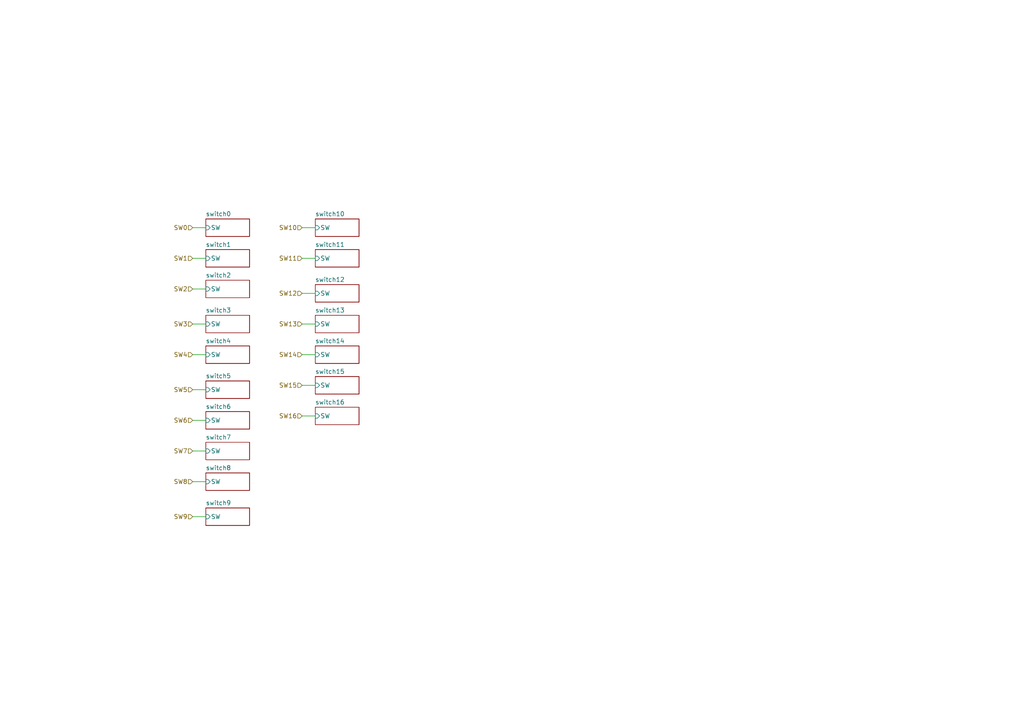
<source format=kicad_sch>
(kicad_sch (version 20230121) (generator eeschema)
  (paper "A4")
  (lib_symbols)
  (wire (pts (xy 87.63 102.87) (xy 91.44 102.87)))
  (wire (pts (xy 87.63 93.98) (xy 91.44 93.98)))
  (wire (pts (xy 55.88 102.87) (xy 59.69 102.87)))
  (wire (pts (xy 55.88 66.04) (xy 59.69 66.04)))
  (wire (pts (xy 87.63 66.04) (xy 91.44 66.04)))
  (wire (pts (xy 55.88 113.03) (xy 59.69 113.03)))
  (wire (pts (xy 87.63 85.09) (xy 91.44 85.09)))
  (wire (pts (xy 55.88 121.92) (xy 59.69 121.92)))
  (wire (pts (xy 55.88 139.7) (xy 59.69 139.7)))
  (wire (pts (xy 55.88 130.81) (xy 59.69 130.81)))
  (wire (pts (xy 55.88 74.93) (xy 59.69 74.93)))
  (wire (pts (xy 55.88 149.86) (xy 59.69 149.86)))
  (wire (pts (xy 87.63 74.93) (xy 91.44 74.93)))
  (wire (pts (xy 87.63 120.65) (xy 91.44 120.65)))
  (wire (pts (xy 87.63 111.76) (xy 91.44 111.76)))
  (wire (pts (xy 55.88 93.98) (xy 59.69 93.98)))
  (wire (pts (xy 55.88 83.82) (xy 59.69 83.82)))
  (hierarchical_label "SW3" (shape input) (at 55.88 93.98 180))
  (hierarchical_label "SW13" (shape input) (at 87.63 93.98 180))
  (hierarchical_label "SW16" (shape input) (at 87.63 120.65 180))
  (hierarchical_label "SW5" (shape input) (at 55.88 113.03 180))
  (hierarchical_label "SW9" (shape input) (at 55.88 149.86 180))
  (hierarchical_label "SW15" (shape input) (at 87.63 111.76 180))
  (hierarchical_label "SW0" (shape input) (at 55.88 66.04 180))
  (hierarchical_label "SW8" (shape input) (at 55.88 139.7 180))
  (hierarchical_label "SW1" (shape input) (at 55.88 74.93 180))
  (hierarchical_label "SW6" (shape input) (at 55.88 121.92 180))
  (hierarchical_label "SW7" (shape input) (at 55.88 130.81 180))
  (hierarchical_label "SW11" (shape input) (at 87.63 74.93 180))
  (hierarchical_label "SW14" (shape input) (at 87.63 102.87 180))
  (hierarchical_label "SW12" (shape input) (at 87.63 85.09 180))
  (hierarchical_label "SW10" (shape input) (at 87.63 66.04 180))
  (hierarchical_label "SW2" (shape input) (at 55.88 83.82 180))
  (hierarchical_label "SW4" (shape input) (at 55.88 102.87 180))
  (sheet (at 91.44 63.5) (size 12.7 5.08) (stroke (width 0.1524))
    (property "Sheetname" "switch10" (at 91.44 62.7884 0) (effects (justify left bottom)))
    (property "Sheetfile" "switch.kicad_sch" (effects hide))
    (pin "SW" input (at 91.44 66.04 180))
  )
  (sheet (at 59.69 72.39) (size 12.7 5.08) (stroke (width 0.1524))
    (property "Sheetname" "switch1" (at 59.69 71.6784 0) (effects (justify left bottom)))
    (property "Sheetfile" "switch.kicad_sch" (effects hide))
    (pin "SW" input (at 59.69 74.93 180))
  )
  (sheet (at 59.69 63.5) (size 12.7 5.08) (stroke (width 0.1524))
    (property "Sheetname" "switch0" (at 59.69 62.7884 0) (effects (justify left bottom)))
    (property "Sheetfile" "switch.kicad_sch" (effects hide))
    (pin "SW" input (at 59.69 66.04 180))
  )
  (sheet (at 59.69 147.32) (size 12.7 5.08) (stroke (width 0.1524))
    (property "Sheetname" "switch9" (at 59.69 146.6084 0) (effects (justify left bottom)))
    (property "Sheetfile" "switch.kicad_sch" (effects hide))
    (pin "SW" input (at 59.69 149.86 180))
  )
  (sheet (at 59.69 91.44) (size 12.7 5.08) (stroke (width 0.1524))
    (property "Sheetname" "switch3" (at 59.69 90.7284 0) (effects (justify left bottom)))
    (property "Sheetfile" "switch.kicad_sch" (effects hide))
    (pin "SW" input (at 59.69 93.98 180))
  )
  (sheet (at 59.69 81.28) (size 12.7 5.08) (stroke (width 0.1524))
    (property "Sheetname" "switch2" (at 59.69 80.5684 0) (effects (justify left bottom)))
    (property "Sheetfile" "switch.kicad_sch" (effects hide))
    (pin "SW" input (at 59.69 83.82 180))
  )
  (sheet (at 91.44 118.11) (size 12.7 5.08) (stroke (width 0.1524))
    (property "Sheetname" "switch16" (at 91.44 117.3984 0) (effects (justify left bottom)))
    (property "Sheetfile" "switch.kicad_sch" (effects hide))
    (pin "SW" input (at 91.44 120.65 180))
  )
  (sheet (at 59.69 137.16) (size 12.7 5.08) (stroke (width 0.1524))
    (property "Sheetname" "switch8" (at 59.69 136.4484 0) (effects (justify left bottom)))
    (property "Sheetfile" "switch.kicad_sch" (effects hide))
    (pin "SW" input (at 59.69 139.7 180))
  )
  (sheet (at 91.44 82.55) (size 12.7 5.08) (stroke (width 0.1524))
    (property "Sheetname" "switch12" (at 91.44 81.8384 0) (effects (justify left bottom)))
    (property "Sheetfile" "switch.kicad_sch" (effects hide))
    (pin "SW" input (at 91.44 85.09 180))
  )
  (sheet (at 91.44 109.22) (size 12.7 5.08) (stroke (width 0.1524))
    (property "Sheetname" "switch15" (at 91.44 108.5084 0) (effects (justify left bottom)))
    (property "Sheetfile" "switch.kicad_sch" (effects hide))
    (pin "SW" input (at 91.44 111.76 180))
  )
  (sheet (at 91.44 100.33) (size 12.7 5.08) (stroke (width 0.1524))
    (property "Sheetname" "switch14" (at 91.44 99.6184 0) (effects (justify left bottom)))
    (property "Sheetfile" "switch.kicad_sch" (effects hide))
    (pin "SW" input (at 91.44 102.87 180))
  )
  (sheet (at 59.69 110.49) (size 12.7 5.08) (stroke (width 0.1524))
    (property "Sheetname" "switch5" (at 59.69 109.7784 0) (effects (justify left bottom)))
    (property "Sheetfile" "switch.kicad_sch" (effects hide))
    (pin "SW" input (at 59.69 113.03 180))
  )
  (sheet (at 59.69 100.33) (size 12.7 5.08) (stroke (width 0.1524))
    (property "Sheetname" "switch4" (at 59.69 99.6184 0) (effects (justify left bottom)))
    (property "Sheetfile" "switch.kicad_sch" (effects hide))
    (pin "SW" input (at 59.69 102.87 180))
  )
  (sheet (at 59.69 119.38) (size 12.7 5.08) (stroke (width 0.1524))
    (property "Sheetname" "switch6" (at 59.69 118.6684 0) (effects (justify left bottom)))
    (property "Sheetfile" "switch.kicad_sch" (effects hide))
    (pin "SW" input (at 59.69 121.92 180))
  )
  (sheet (at 59.69 128.27) (size 12.7 5.08) (stroke (width 0.1524))
    (property "Sheetname" "switch7" (at 59.69 127.5584 0) (effects (justify left bottom)))
    (property "Sheetfile" "switch.kicad_sch" (effects hide))
    (pin "SW" input (at 59.69 130.81 180))
  )
  (sheet (at 91.44 91.44) (size 12.7 5.08) (stroke (width 0.1524))
    (property "Sheetname" "switch13" (at 91.44 90.7284 0) (effects (justify left bottom)))
    (property "Sheetfile" "switch.kicad_sch" (effects hide))
    (pin "SW" input (at 91.44 93.98 180))
  )
  (sheet (at 91.44 72.39) (size 12.7 5.08) (stroke (width 0.1524))
    (property "Sheetname" "switch11" (at 91.44 71.6784 0) (effects (justify left bottom)))
    (property "Sheetfile" "switch.kicad_sch" (effects hide))
    (pin "SW" input (at 91.44 74.93 180))
  )
)
</source>
